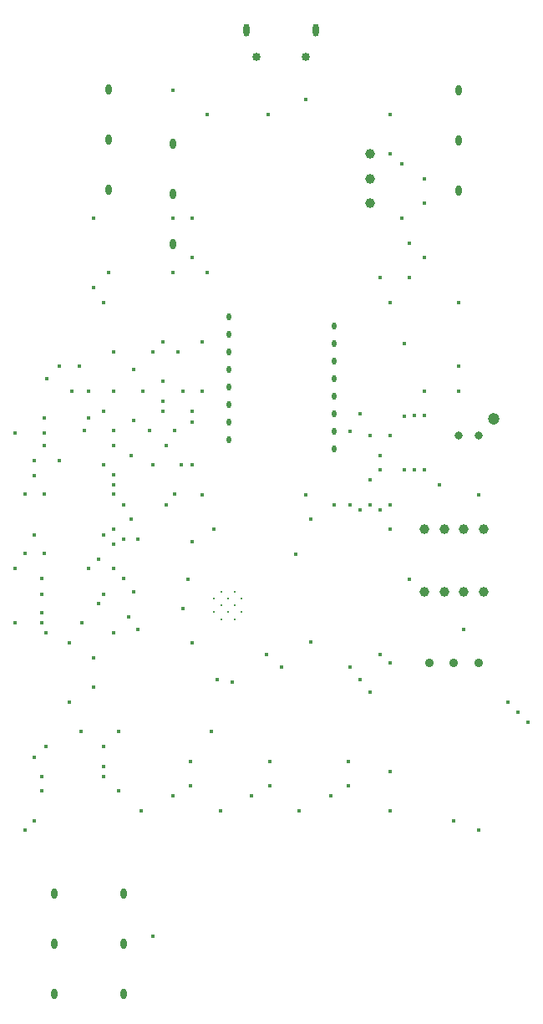
<source format=gbr>
%TF.GenerationSoftware,KiCad,Pcbnew,7.0.7*%
%TF.CreationDate,2023-11-24T19:35:50-07:00*%
%TF.ProjectId,mouse,6d6f7573-652e-46b6-9963-61645f706362,rev?*%
%TF.SameCoordinates,Original*%
%TF.FileFunction,Plated,1,2,PTH,Mixed*%
%TF.FilePolarity,Positive*%
%FSLAX46Y46*%
G04 Gerber Fmt 4.6, Leading zero omitted, Abs format (unit mm)*
G04 Created by KiCad (PCBNEW 7.0.7) date 2023-11-24 19:35:50*
%MOMM*%
%LPD*%
G01*
G04 APERTURE LIST*
%TA.AperFunction,ComponentDrill*%
%ADD10C,0.200000*%
%TD*%
%TA.AperFunction,ViaDrill*%
%ADD11C,0.400000*%
%TD*%
G04 aperture for slot hole*
%TA.AperFunction,ComponentDrill*%
%ADD12O,0.500000X0.700000*%
%TD*%
G04 aperture for slot hole*
%TA.AperFunction,ComponentDrill*%
%ADD13O,0.600000X1.100000*%
%TD*%
G04 aperture for slot hole*
%TA.AperFunction,ComponentDrill*%
%ADD14O,0.600000X1.300000*%
%TD*%
%TA.AperFunction,ComponentDrill*%
%ADD15C,0.812800*%
%TD*%
%TA.AperFunction,ComponentDrill*%
%ADD16C,0.850000*%
%TD*%
%TA.AperFunction,ComponentDrill*%
%ADD17C,0.900000*%
%TD*%
%TA.AperFunction,ComponentDrill*%
%ADD18C,1.000000*%
%TD*%
%TA.AperFunction,ComponentDrill*%
%ADD19C,1.193800*%
%TD*%
G04 APERTURE END LIST*
D10*
%TO.C,ESP1*%
X69400000Y-79450000D03*
X69400000Y-80850000D03*
X70100000Y-78750000D03*
X70100000Y-80150000D03*
X70100000Y-81550000D03*
X70800000Y-79450000D03*
X70800000Y-80850000D03*
X71500000Y-78750000D03*
X71500000Y-80150000D03*
X71500000Y-81550000D03*
X72200000Y-79450000D03*
X72200000Y-80850000D03*
%TD*%
D11*
X49200000Y-62690001D03*
X49200000Y-76450000D03*
X49200000Y-81950000D03*
X50200000Y-68900001D03*
X50200000Y-74900000D03*
X50200000Y-102950000D03*
X51200000Y-65450000D03*
X51200000Y-66999999D03*
X51200000Y-73000000D03*
X51200000Y-95549998D03*
X51200000Y-101950000D03*
X51924500Y-77450000D03*
X51924500Y-78999999D03*
X51924500Y-80900001D03*
X51924500Y-81950000D03*
X51924500Y-97450000D03*
X51924500Y-98950000D03*
X52200000Y-61209999D03*
X52200000Y-62690001D03*
X52200000Y-63950000D03*
X52200000Y-68900001D03*
X52200000Y-74900000D03*
X52380000Y-82950000D03*
X52380000Y-94450000D03*
X52450000Y-57200000D03*
X53700000Y-55950000D03*
X53700000Y-65450000D03*
X54700000Y-83950000D03*
X54700000Y-89950000D03*
X54950001Y-58450000D03*
X55700000Y-55950000D03*
X55930500Y-92950000D03*
X55995400Y-81950000D03*
X56200000Y-62450000D03*
X56700000Y-58450000D03*
X56700000Y-61209999D03*
X56700000Y-76450000D03*
X57200000Y-40950000D03*
X57200000Y-47950000D03*
X57200000Y-85450000D03*
X57200000Y-88450000D03*
X57700000Y-75450000D03*
X57700000Y-79950000D03*
X58200000Y-49450000D03*
X58200000Y-60450000D03*
X58200000Y-65950000D03*
X58200000Y-73000000D03*
X58200000Y-78999999D03*
X58200000Y-94450000D03*
X58200000Y-96450000D03*
X58200000Y-97450000D03*
X58700000Y-46450000D03*
X59200000Y-54510000D03*
X59200000Y-58450000D03*
X59200000Y-62450000D03*
X59200000Y-63950000D03*
X59200000Y-66950000D03*
X59200000Y-67950000D03*
X59200000Y-68900001D03*
X59200000Y-72450000D03*
X59200000Y-73950000D03*
X59200000Y-76450000D03*
X59200000Y-82950000D03*
X59700000Y-98950000D03*
X59712299Y-92950000D03*
X60200000Y-69950000D03*
X60200000Y-73450000D03*
X60200000Y-77450000D03*
X60700000Y-81320000D03*
X61020000Y-64950000D03*
X61020000Y-71450000D03*
X61200000Y-56290000D03*
X61200000Y-61450000D03*
X61200000Y-78780000D03*
X61700000Y-73450000D03*
X61700000Y-82590000D03*
X62020000Y-100950000D03*
X62200000Y-58450000D03*
X62880000Y-62450000D03*
X63200000Y-54510000D03*
X63200000Y-65950000D03*
X63200000Y-113700001D03*
X64200000Y-53450000D03*
X64200000Y-57450000D03*
X64200000Y-59450000D03*
X64200000Y-60450000D03*
X64550500Y-63950000D03*
X64550500Y-69950000D03*
X65200000Y-27950000D03*
X65200000Y-40950000D03*
X65200000Y-46450000D03*
X65200000Y-99450000D03*
X65380000Y-62450000D03*
X65380000Y-68900001D03*
X65700000Y-54510000D03*
X66020000Y-65950000D03*
X66200000Y-58450000D03*
X66200000Y-80450000D03*
X66760000Y-77510000D03*
X67020000Y-95950000D03*
X67020000Y-98450000D03*
X67200000Y-40950000D03*
X67200000Y-44950000D03*
X67200000Y-60450000D03*
X67200000Y-61630000D03*
X67200000Y-65950000D03*
X67200000Y-73700000D03*
X67200000Y-83950000D03*
X68200000Y-53450000D03*
X68200000Y-58450000D03*
X68200000Y-68950000D03*
X68700000Y-30450000D03*
X68700000Y-46450000D03*
X69125000Y-92950000D03*
X69400000Y-72430000D03*
X69700000Y-87670000D03*
X70020000Y-100950000D03*
X71200000Y-87950000D03*
X73200000Y-99450000D03*
X74700000Y-85130000D03*
X74900000Y-30450000D03*
X75020000Y-95950000D03*
X75020000Y-98450000D03*
X76200000Y-86400000D03*
X77700000Y-74970000D03*
X78020000Y-100950000D03*
X78700000Y-28950000D03*
X78700000Y-68950000D03*
X79200000Y-71450000D03*
X79200000Y-83860000D03*
X81200000Y-99450000D03*
X81550000Y-69950000D03*
X83020000Y-95950000D03*
X83020000Y-98450000D03*
X83200000Y-62520000D03*
X83200000Y-69950000D03*
X83200000Y-86400000D03*
X84200000Y-60740000D03*
X84200000Y-70450000D03*
X84200000Y-87670000D03*
X85200000Y-62950000D03*
X85200000Y-67450000D03*
X85200000Y-69950000D03*
X85200000Y-88950000D03*
X86200000Y-46950000D03*
X86200000Y-64950000D03*
X86200000Y-66450000D03*
X86200000Y-70450000D03*
X86200000Y-85130000D03*
X87200000Y-30450000D03*
X87200000Y-34450000D03*
X87200000Y-49450000D03*
X87200000Y-62950000D03*
X87200000Y-69950000D03*
X87200000Y-72430000D03*
X87200000Y-85950000D03*
X87200000Y-96950000D03*
X87200000Y-100950000D03*
X88380000Y-35450000D03*
X88380000Y-40950000D03*
X88687701Y-60962299D03*
X88687701Y-66437701D03*
X88700000Y-53620000D03*
X89200000Y-43450000D03*
X89200000Y-46950000D03*
X89200000Y-77510000D03*
X89700000Y-60950000D03*
X89700000Y-66450000D03*
X90700000Y-36950000D03*
X90700000Y-39450000D03*
X90700000Y-44950000D03*
X90700000Y-58450000D03*
X90700000Y-60950000D03*
X90700000Y-66450000D03*
X92200000Y-67950000D03*
X93700000Y-101950000D03*
X94200000Y-49450000D03*
X94200000Y-55950000D03*
X94200000Y-58450000D03*
X94700000Y-82590000D03*
X96200000Y-68950000D03*
X96200000Y-102950000D03*
X99200000Y-89950000D03*
X100200000Y-90950000D03*
X101200000Y-91950000D03*
D12*
%TO.C,PAW1*%
X70850000Y-50950000D03*
X70850000Y-52730000D03*
X70850000Y-54510000D03*
X70850000Y-56290000D03*
X70850000Y-58070000D03*
X70850000Y-59850000D03*
X70850000Y-61630000D03*
X70850000Y-63410000D03*
X81550000Y-51840000D03*
X81550000Y-53620000D03*
X81550000Y-55400000D03*
X81550000Y-57180000D03*
X81550000Y-58960000D03*
X81550000Y-60740000D03*
X81550000Y-62520000D03*
X81550000Y-64300000D03*
D13*
%TO.C,SMB5*%
X53200000Y-109370000D03*
X53200000Y-114450000D03*
X53200000Y-119530000D03*
%TO.C,LMB1*%
X58700000Y-27870000D03*
X58700000Y-32950000D03*
X58700000Y-38030000D03*
%TO.C,SMB4*%
X60200000Y-109370000D03*
X60200000Y-114450000D03*
X60200000Y-119530000D03*
%TO.C,MMB1*%
X65200000Y-33370000D03*
X65200000Y-38450000D03*
X65200000Y-43530000D03*
D14*
%TO.C,J5*%
X72700000Y-21900000D03*
X79700000Y-21900000D03*
D13*
%TO.C,RMB1*%
X94200000Y-27940000D03*
X94200000Y-33020000D03*
X94200000Y-38100000D03*
D15*
%TO.C,J2*%
X94200000Y-62950000D03*
X96200002Y-62950000D03*
D16*
%TO.C,J5*%
X73700000Y-24600000D03*
X78700000Y-24600000D03*
D17*
%TO.C,S4*%
X91200000Y-85950000D03*
X93700000Y-85950000D03*
X96200000Y-85950000D03*
D18*
%TO.C,ENC1*%
X85200000Y-34450000D03*
X85200000Y-36950000D03*
X85200000Y-39450000D03*
%TO.C,J1*%
X90700000Y-72430000D03*
%TO.C,J3*%
X90700000Y-78780000D03*
%TO.C,J1*%
X92700000Y-72430000D03*
%TO.C,J3*%
X92700000Y-78780000D03*
%TO.C,J1*%
X94700000Y-72430000D03*
%TO.C,J3*%
X94700000Y-78780000D03*
%TO.C,J1*%
X96700000Y-72430000D03*
%TO.C,J3*%
X96700000Y-78780000D03*
D19*
%TO.C,J2*%
X97700001Y-61250000D03*
M02*

</source>
